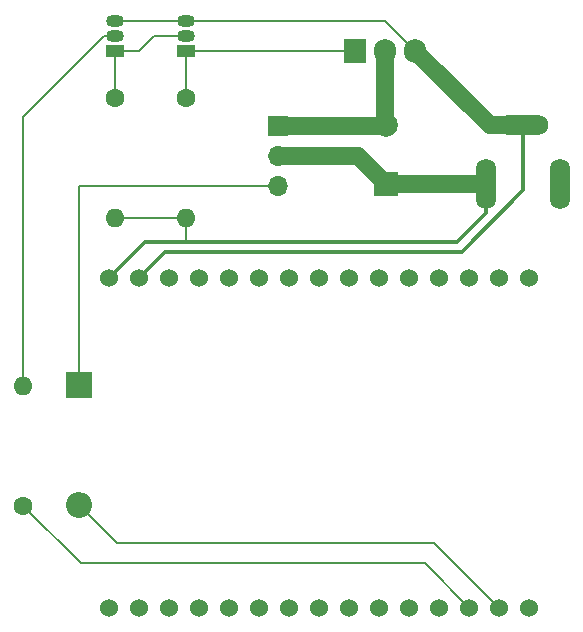
<source format=gtl>
%TF.GenerationSoftware,KiCad,Pcbnew,7.0.1*%
%TF.CreationDate,2023-03-30T07:30:20+02:00*%
%TF.ProjectId,board,626f6172-642e-46b6-9963-61645f706362,rev?*%
%TF.SameCoordinates,Original*%
%TF.FileFunction,Copper,L1,Top*%
%TF.FilePolarity,Positive*%
%FSLAX46Y46*%
G04 Gerber Fmt 4.6, Leading zero omitted, Abs format (unit mm)*
G04 Created by KiCad (PCBNEW 7.0.1) date 2023-03-30 07:30:20*
%MOMM*%
%LPD*%
G01*
G04 APERTURE LIST*
G04 Aperture macros list*
%AMRoundRect*
0 Rectangle with rounded corners*
0 $1 Rounding radius*
0 $2 $3 $4 $5 $6 $7 $8 $9 X,Y pos of 4 corners*
0 Add a 4 corners polygon primitive as box body*
4,1,4,$2,$3,$4,$5,$6,$7,$8,$9,$2,$3,0*
0 Add four circle primitives for the rounded corners*
1,1,$1+$1,$2,$3*
1,1,$1+$1,$4,$5*
1,1,$1+$1,$6,$7*
1,1,$1+$1,$8,$9*
0 Add four rect primitives between the rounded corners*
20,1,$1+$1,$2,$3,$4,$5,0*
20,1,$1+$1,$4,$5,$6,$7,0*
20,1,$1+$1,$6,$7,$8,$9,0*
20,1,$1+$1,$8,$9,$2,$3,0*%
G04 Aperture macros list end*
%TA.AperFunction,ComponentPad*%
%ADD10R,1.905000X2.000000*%
%TD*%
%TA.AperFunction,ComponentPad*%
%ADD11O,1.905000X2.000000*%
%TD*%
%TA.AperFunction,ComponentPad*%
%ADD12R,1.500000X1.050000*%
%TD*%
%TA.AperFunction,ComponentPad*%
%ADD13O,1.500000X1.050000*%
%TD*%
%TA.AperFunction,ComponentPad*%
%ADD14R,2.200000X2.200000*%
%TD*%
%TA.AperFunction,ComponentPad*%
%ADD15O,2.200000X2.200000*%
%TD*%
%TA.AperFunction,ComponentPad*%
%ADD16C,1.600000*%
%TD*%
%TA.AperFunction,ComponentPad*%
%ADD17O,1.600000X1.600000*%
%TD*%
%TA.AperFunction,ComponentPad*%
%ADD18R,1.700000X1.700000*%
%TD*%
%TA.AperFunction,ComponentPad*%
%ADD19O,1.700000X1.700000*%
%TD*%
%TA.AperFunction,ComponentPad*%
%ADD20C,1.524000*%
%TD*%
%TA.AperFunction,ComponentPad*%
%ADD21RoundRect,0.850000X0.000000X-1.300000X0.000000X1.300000X0.000000X1.300000X0.000000X-1.300000X0*%
%TD*%
%TA.AperFunction,ComponentPad*%
%ADD22RoundRect,0.850000X1.300000X0.000000X-1.300000X0.000000X-1.300000X0.000000X1.300000X0.000000X0*%
%TD*%
%TA.AperFunction,ComponentPad*%
%ADD23RoundRect,0.850000X0.000000X1.300000X0.000000X-1.300000X0.000000X-1.300000X0.000000X1.300000X0*%
%TD*%
%TA.AperFunction,ComponentPad*%
%ADD24R,2.000000X2.000000*%
%TD*%
%TA.AperFunction,ComponentPad*%
%ADD25C,2.000000*%
%TD*%
%TA.AperFunction,Conductor*%
%ADD26C,0.300000*%
%TD*%
%TA.AperFunction,Conductor*%
%ADD27C,1.500000*%
%TD*%
%TA.AperFunction,Conductor*%
%ADD28C,0.200000*%
%TD*%
G04 APERTURE END LIST*
D10*
%TO.P,Q3,1,G*%
%TO.N,Net-(Q2-C)*%
X60120000Y-36500000D03*
D11*
%TO.P,Q3,2,D*%
%TO.N,Net-(J2-Pin_1)*%
X62660000Y-36500000D03*
%TO.P,Q3,3,S*%
%TO.N,GND*%
X65200000Y-36500000D03*
%TD*%
D12*
%TO.P,Q2,1,C*%
%TO.N,Net-(Q2-C)*%
X45800000Y-36500000D03*
D13*
%TO.P,Q2,2,B*%
%TO.N,Net-(Q1-C)*%
X45800000Y-35230000D03*
%TO.P,Q2,3,E*%
%TO.N,GND*%
X45800000Y-33960000D03*
%TD*%
D14*
%TO.P,D1,1,K*%
%TO.N,Net-(D1-K)*%
X36700000Y-64800000D03*
D15*
%TO.P,D1,2,A*%
%TO.N,Net-(D1-A)*%
X36700000Y-74960000D03*
%TD*%
D12*
%TO.P,Q1,1,C*%
%TO.N,Net-(Q1-C)*%
X39740000Y-36500000D03*
D13*
%TO.P,Q1,2,B*%
%TO.N,Net-(Q1-B)*%
X39740000Y-35230000D03*
%TO.P,Q1,3,E*%
%TO.N,GND*%
X39740000Y-33960000D03*
%TD*%
D16*
%TO.P,R1,1*%
%TO.N,Net-(U1-D2(GPIO4))*%
X32000000Y-75060000D03*
D17*
%TO.P,R1,2*%
%TO.N,Net-(Q1-B)*%
X32000000Y-64900000D03*
%TD*%
D16*
%TO.P,R3,1*%
%TO.N,Net-(Q2-C)*%
X45800000Y-40520000D03*
D17*
%TO.P,R3,2*%
%TO.N,+5V*%
X45800000Y-50680000D03*
%TD*%
D18*
%TO.P,J2,1,Pin_1*%
%TO.N,Net-(J2-Pin_1)*%
X53600000Y-42860000D03*
D19*
%TO.P,J2,2,Pin_2*%
%TO.N,+5V*%
X53600000Y-45400000D03*
%TO.P,J2,3,Pin_3*%
%TO.N,Net-(D1-K)*%
X53600000Y-47940000D03*
%TD*%
D20*
%TO.P,U1,1,A0(ADC0)*%
%TO.N,unconnected-(U1-A0(ADC0)-Pad1)*%
X74820000Y-55730000D03*
%TO.P,U1,2,RSV*%
%TO.N,unconnected-(U1-RSV-Pad2)*%
X72280000Y-55730000D03*
%TO.P,U1,3,RSV*%
%TO.N,unconnected-(U1-RSV-Pad3)*%
X69740000Y-55730000D03*
%TO.P,U1,4,SD3(GPIO10)*%
%TO.N,unconnected-(U1-SD3(GPIO10)-Pad4)*%
X67200000Y-55730000D03*
%TO.P,U1,5,SD2(GPIO9)*%
%TO.N,unconnected-(U1-SD2(GPIO9)-Pad5)*%
X64660000Y-55730000D03*
%TO.P,U1,6,SD1(MOSI)*%
%TO.N,unconnected-(U1-SD1(MOSI)-Pad6)*%
X62120000Y-55730000D03*
%TO.P,U1,7,CMD(CS)*%
%TO.N,unconnected-(U1-CMD(CS)-Pad7)*%
X59580000Y-55730000D03*
%TO.P,U1,8,SDO(MISO)*%
%TO.N,unconnected-(U1-SDO(MISO)-Pad8)*%
X57040000Y-55730000D03*
%TO.P,U1,9,CLK(SCLK)*%
%TO.N,unconnected-(U1-CLK(SCLK)-Pad9)*%
X54500000Y-55730000D03*
%TO.P,U1,10,GND*%
%TO.N,unconnected-(U1-GND-Pad10)*%
X51960000Y-55730000D03*
%TO.P,U1,11,3.3V*%
%TO.N,unconnected-(U1-3.3V-Pad11)*%
X49420000Y-55730000D03*
%TO.P,U1,12,EN*%
%TO.N,unconnected-(U1-EN-Pad12)*%
X46880000Y-55730000D03*
%TO.P,U1,13,RST*%
%TO.N,unconnected-(U1-RST-Pad13)*%
X44340000Y-55730000D03*
%TO.P,U1,14,GND*%
%TO.N,GND*%
X41800000Y-55730000D03*
%TO.P,U1,15,VIN*%
%TO.N,+5V*%
X39260000Y-55730000D03*
%TO.P,U1,16,3.3V*%
%TO.N,unconnected-(U1-3.3V-Pad16)*%
X39260000Y-83670000D03*
%TO.P,U1,17,GND*%
%TO.N,unconnected-(U1-GND-Pad17)*%
X41800000Y-83670000D03*
%TO.P,U1,18,TX(GPIO1)*%
%TO.N,unconnected-(U1-TX(GPIO1)-Pad18)*%
X44340000Y-83670000D03*
%TO.P,U1,19,RX(DPIO3)*%
%TO.N,unconnected-(U1-RX(DPIO3)-Pad19)*%
X46880000Y-83670000D03*
%TO.P,U1,20,D8(GPIO15)*%
%TO.N,unconnected-(U1-D8(GPIO15)-Pad20)*%
X49420000Y-83670000D03*
%TO.P,U1,21,D7(GPIO13)*%
%TO.N,unconnected-(U1-D7(GPIO13)-Pad21)*%
X51960000Y-83670000D03*
%TO.P,U1,22,D6(GPIO12)*%
%TO.N,unconnected-(U1-D6(GPIO12)-Pad22)*%
X54500000Y-83670000D03*
%TO.P,U1,23,D5(GPIO14)*%
%TO.N,unconnected-(U1-D5(GPIO14)-Pad23)*%
X57040000Y-83670000D03*
%TO.P,U1,24,GND*%
%TO.N,unconnected-(U1-GND-Pad24)*%
X59580000Y-83670000D03*
%TO.P,U1,25,3.3V*%
%TO.N,unconnected-(U1-3.3V-Pad25)*%
X62120000Y-83670000D03*
%TO.P,U1,26,D4(GPIO2)*%
%TO.N,unconnected-(U1-D4(GPIO2)-Pad26)*%
X64660000Y-83670000D03*
%TO.P,U1,27,D3(GPIO0)*%
%TO.N,unconnected-(U1-D3(GPIO0)-Pad27)*%
X67200000Y-83670000D03*
%TO.P,U1,28,D2(GPIO4)*%
%TO.N,Net-(U1-D2(GPIO4))*%
X69740000Y-83670000D03*
%TO.P,U1,29,D1(GPIO5)*%
%TO.N,Net-(D1-A)*%
X72280000Y-83670000D03*
%TO.P,U1,30,D0(GPIO16)*%
%TO.N,unconnected-(U1-D0(GPIO16)-Pad30)*%
X74820000Y-83670000D03*
%TD*%
D21*
%TO.P,J1,1*%
%TO.N,+5V*%
X71200000Y-47800000D03*
D22*
%TO.P,J1,2*%
%TO.N,GND*%
X74300000Y-42800000D03*
D23*
%TO.P,J1,3*%
%TO.N,unconnected-(J1-Pad3)*%
X77400000Y-47800000D03*
%TD*%
D24*
%TO.P,C1,1*%
%TO.N,+5V*%
X62700000Y-47767677D03*
D25*
%TO.P,C1,2*%
%TO.N,Net-(J2-Pin_1)*%
X62700000Y-42767677D03*
%TD*%
D16*
%TO.P,R2,1*%
%TO.N,Net-(Q1-C)*%
X39750000Y-40500000D03*
D17*
%TO.P,R2,2*%
%TO.N,+5V*%
X39750000Y-50660000D03*
%TD*%
D26*
%TO.N,+5V*%
X71167677Y-50232323D02*
X68700000Y-52700000D01*
D27*
X60300000Y-45400000D02*
X53600000Y-45400000D01*
X62700000Y-47767677D02*
X62667677Y-47767677D01*
D26*
X45800000Y-52700000D02*
X42290000Y-52700000D01*
X71167677Y-47767677D02*
X71167677Y-50232323D01*
D28*
X71167677Y-47767677D02*
X71200000Y-47800000D01*
D27*
X62700000Y-47767677D02*
X71167677Y-47767677D01*
D26*
X42290000Y-52700000D02*
X39260000Y-55730000D01*
D28*
X39750000Y-50660000D02*
X45780000Y-50660000D01*
X45800000Y-50680000D02*
X45800000Y-52700000D01*
D26*
X68700000Y-52700000D02*
X45800000Y-52700000D01*
D28*
X45780000Y-50660000D02*
X45800000Y-50680000D01*
D27*
X62667677Y-47767677D02*
X60300000Y-45400000D01*
D28*
%TO.N,Net-(J2-Pin_1)*%
X62660000Y-42727677D02*
X62700000Y-42767677D01*
X62660000Y-42727677D02*
X62527677Y-42860000D01*
D27*
X62660000Y-36500000D02*
X62660000Y-42727677D01*
X62527677Y-42860000D02*
X53600000Y-42860000D01*
D26*
%TO.N,GND*%
X44000000Y-53500000D02*
X41800000Y-55700000D01*
D27*
X74300000Y-42800000D02*
X71500000Y-42800000D01*
D26*
X74300000Y-42800000D02*
X74300000Y-48300000D01*
X69100000Y-53500000D02*
X44000000Y-53500000D01*
D27*
X71500000Y-42800000D02*
X65200000Y-36500000D01*
D28*
X39740000Y-33960000D02*
X45800000Y-33960000D01*
X62660000Y-33960000D02*
X65200000Y-36500000D01*
D26*
X41800000Y-55700000D02*
X41800000Y-55730000D01*
D28*
X45800000Y-33960000D02*
X62660000Y-33960000D01*
D26*
X74300000Y-48300000D02*
X69100000Y-53500000D01*
D28*
%TO.N,Net-(Q1-C)*%
X39740000Y-40490000D02*
X39750000Y-40500000D01*
X43070000Y-35230000D02*
X45800000Y-35230000D01*
X39740000Y-36500000D02*
X39740000Y-40490000D01*
X41800000Y-36500000D02*
X43070000Y-35230000D01*
X39740000Y-36500000D02*
X41800000Y-36500000D01*
%TO.N,Net-(Q1-B)*%
X32000000Y-64900000D02*
X32000000Y-42100000D01*
X38870000Y-35230000D02*
X39740000Y-35230000D01*
X32000000Y-42100000D02*
X38870000Y-35230000D01*
%TO.N,Net-(Q2-C)*%
X45800000Y-40520000D02*
X45800000Y-36500000D01*
X45800000Y-36500000D02*
X60120000Y-36500000D01*
%TO.N,Net-(U1-D2(GPIO4))*%
X65970000Y-79900000D02*
X69740000Y-83670000D01*
X32000000Y-75060000D02*
X36840000Y-79900000D01*
X36840000Y-79900000D02*
X65970000Y-79900000D01*
%TO.N,Net-(D1-A)*%
X39940000Y-78200000D02*
X66810000Y-78200000D01*
X36700000Y-74960000D02*
X39940000Y-78200000D01*
X66810000Y-78200000D02*
X72280000Y-83670000D01*
%TO.N,Net-(D1-K)*%
X36700000Y-64800000D02*
X36700000Y-47940000D01*
X36700000Y-47940000D02*
X53600000Y-47940000D01*
%TD*%
M02*

</source>
